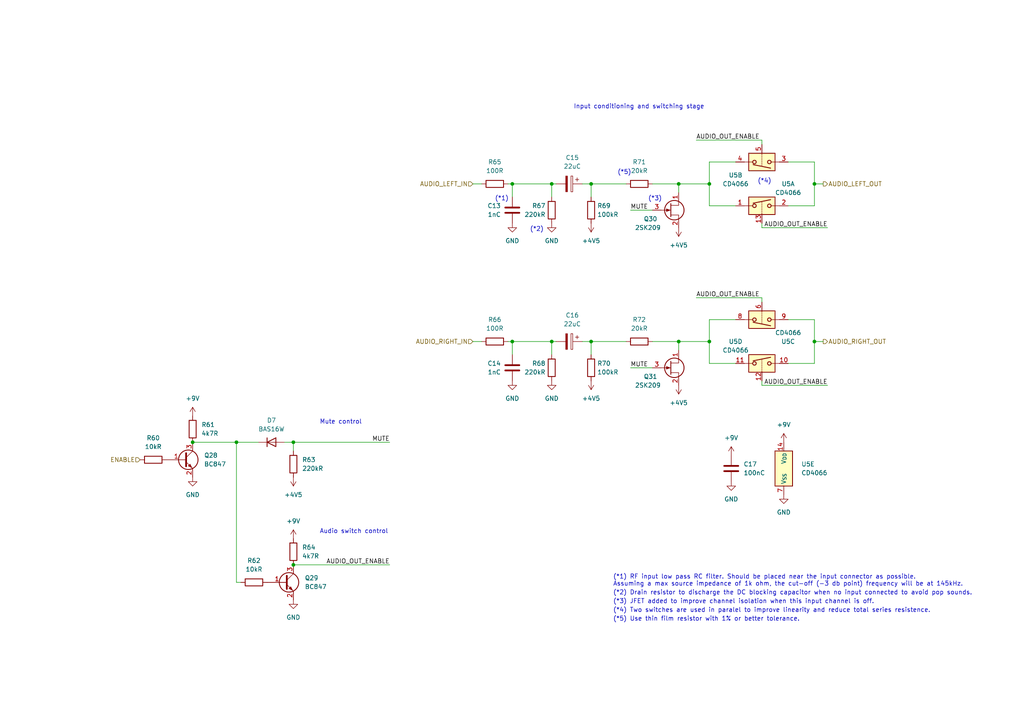
<source format=kicad_sch>
(kicad_sch (version 20230121) (generator eeschema)
  (paper "A4")
  (lib_symbols
    (symbol "Analog_Switch:CD4066BPW"
      (property "Reference" "U" (at -5.08 3.81 0))
      (property "Value" "CD4066BPW" (at 7.62 3.81 0))
      (symbol "CD4066BPW_1_1"
        (rectangle (start -3.81 2.54) (end 3.81 -2.54) (stroke (width 0.254)) (fill (type background)))
        (circle (center -2.159 0) (radius 0.508) (stroke (width 0.254)))
        (polyline (pts (xy -5.08 0) (xy -2.794 0)))
        (polyline (pts (xy -2.54 0.762) (xy 2.54 1.778)) (stroke (width 0.254)))
        (polyline (pts (xy 0 -2.54) (xy 0 -2.032)))
        (polyline (pts (xy 0 -1.778) (xy 0 -1.524)))
        (polyline (pts (xy 0 -1.27) (xy 0 -1.016)))
        (polyline (pts (xy 0 -0.762) (xy 0 -0.508)))
        (polyline (pts (xy 0 -0.254) (xy 0 0)))
        (polyline (pts (xy 0 0.254) (xy 0 0.508)))
        (polyline (pts (xy 0 0.762) (xy 0 1.016)))
        (polyline (pts (xy 5.08 0) (xy 2.794 0)))
        (circle (center 2.159 0) (radius 0.508) (stroke (width 0.254)))
        (pin bidirectional line (at -7.62 0 0) (length 2.54) (name "~") (number "1"))
        (pin input line (at 0 -5.08 90) (length 2.54) (name "~") (number "13"))
        (pin bidirectional line (at 7.62 0 180) (length 2.54) (name "~") (number "2"))
      )
      (symbol "CD4066BPW_2_1"
        (rectangle (start -3.81 2.54) (end 3.81 -2.54) (stroke (width 0.254)) (fill (type background)))
        (circle (center -2.159 0) (radius 0.508) (stroke (width 0.254)))
        (polyline (pts (xy -5.08 0) (xy -2.794 0)))
        (polyline (pts (xy -2.54 0.762) (xy 2.54 1.778)) (stroke (width 0.254)))
        (polyline (pts (xy 0 -2.54) (xy 0 -2.032)))
        (polyline (pts (xy 0 -1.778) (xy 0 -1.524)))
        (polyline (pts (xy 0 -1.27) (xy 0 -1.016)))
        (polyline (pts (xy 0 -0.762) (xy 0 -0.508)))
        (polyline (pts (xy 0 -0.254) (xy 0 0)))
        (polyline (pts (xy 0 0.254) (xy 0 0.508)))
        (polyline (pts (xy 0 0.762) (xy 0 1.016)))
        (polyline (pts (xy 5.08 0) (xy 2.794 0)))
        (circle (center 2.159 0) (radius 0.508) (stroke (width 0.254)))
        (pin bidirectional line (at 7.62 0 180) (length 2.54) (name "~") (number "3"))
        (pin bidirectional line (at -7.62 0 0) (length 2.54) (name "~") (number "4"))
        (pin input line (at 0 -5.08 90) (length 2.54) (name "~") (number "5"))
      )
      (symbol "CD4066BPW_3_1"
        (rectangle (start -3.81 2.54) (end 3.81 -2.54) (stroke (width 0.254)) (fill (type background)))
        (circle (center -2.159 0) (radius 0.508) (stroke (width 0.254)))
        (polyline (pts (xy -5.08 0) (xy -2.794 0)))
        (polyline (pts (xy -2.54 0.762) (xy 2.54 1.778)) (stroke (width 0.254)))
        (polyline (pts (xy 0 -2.54) (xy 0 -2.032)))
        (polyline (pts (xy 0 -1.778) (xy 0 -1.524)))
        (polyline (pts (xy 0 -1.27) (xy 0 -1.016)))
        (polyline (pts (xy 0 -0.762) (xy 0 -0.508)))
        (polyline (pts (xy 0 -0.254) (xy 0 0)))
        (polyline (pts (xy 0 0.254) (xy 0 0.508)))
        (polyline (pts (xy 0 0.762) (xy 0 1.016)))
        (polyline (pts (xy 5.08 0) (xy 2.794 0)))
        (circle (center 2.159 0) (radius 0.508) (stroke (width 0.254)))
        (pin input line (at 0 -5.08 90) (length 2.54) (name "~") (number "6"))
        (pin bidirectional line (at -7.62 0 0) (length 2.54) (name "~") (number "8"))
        (pin bidirectional line (at 7.62 0 180) (length 2.54) (name "~") (number "9"))
      )
      (symbol "CD4066BPW_4_1"
        (rectangle (start -3.81 2.54) (end 3.81 -2.54) (stroke (width 0.254)) (fill (type background)))
        (circle (center -2.159 0) (radius 0.508) (stroke (width 0.254)))
        (polyline (pts (xy -5.08 0) (xy -2.794 0)))
        (polyline (pts (xy -2.54 0.762) (xy 2.54 1.778)) (stroke (width 0.254)))
        (polyline (pts (xy 0 -2.54) (xy 0 -2.032)))
        (polyline (pts (xy 0 -1.778) (xy 0 -1.524)))
        (polyline (pts (xy 0 -1.27) (xy 0 -1.016)))
        (polyline (pts (xy 0 -0.762) (xy 0 -0.508)))
        (polyline (pts (xy 0 -0.254) (xy 0 0)))
        (polyline (pts (xy 0 0.254) (xy 0 0.508)))
        (polyline (pts (xy 0 0.762) (xy 0 1.016)))
        (polyline (pts (xy 5.08 0) (xy 2.794 0)))
        (circle (center 2.159 0) (radius 0.508) (stroke (width 0.254)))
        (pin bidirectional line (at 7.62 0 180) (length 2.54) (name "~") (number "10"))
        (pin bidirectional line (at -7.62 0 0) (length 2.54) (name "~") (number "11"))
        (pin input line (at 0 -5.08 90) (length 2.54) (name "~") (number "12"))
      )
      (symbol "CD4066BPW_5_1"
        (rectangle (start -2.54 5.08) (end 2.54 -5.08) (stroke (width 0.254)) (fill (type background)))
        (pin power_in line (at 0 7.62 270) (length 2.54) (name "V_{DD}") (number "14"))
        (pin power_in line (at 0 -7.62 90) (length 2.54) (name "V_{SS}") (number "7"))
      )
    )
    (symbol "Device:C" (pin_numbers hide) (pin_names (offset 0.254))
      (property "Reference" "C" (at 0.635 2.54 0))
      (property "Value" "C" (at 0.635 -2.54 0))
      (symbol "C_0_1"
        (polyline (pts (xy -2.032 -0.762) (xy 2.032 -0.762)) (stroke (width 0.508)))
        (polyline (pts (xy -2.032 0.762) (xy 2.032 0.762)) (stroke (width 0.508)))
      )
      (symbol "C_1_1"
        (pin passive line (at 0 3.81 270) (length 2.794) (name "~") (number "1"))
        (pin passive line (at 0 -3.81 90) (length 2.794) (name "~") (number "2"))
      )
    )
    (symbol "Device:C_Polarized" (pin_numbers hide) (pin_names (offset 0.254))
      (property "Reference" "C" (at 0.635 2.54 0))
      (property "Value" "C_Polarized" (at 0.635 -2.54 0))
      (symbol "C_Polarized_0_1"
        (rectangle (start -2.286 0.508) (end 2.286 1.016))
        (polyline (pts (xy -1.778 2.286) (xy -0.762 2.286)))
        (polyline (pts (xy -1.27 2.794) (xy -1.27 1.778)))
        (rectangle (start 2.286 -0.508) (end -2.286 -1.016) (fill (type outline)))
      )
      (symbol "C_Polarized_1_1"
        (pin passive line (at 0 3.81 270) (length 2.794) (name "~") (number "1"))
        (pin passive line (at 0 -3.81 90) (length 2.794) (name "~") (number "2"))
      )
    )
    (symbol "Device:R" (pin_numbers hide) (pin_names (offset 0))
      (property "Reference" "R" (at 2.032 0 90))
      (property "Value" "R" (at 0 0 90))
      (symbol "R_0_1"
        (rectangle (start -1.016 -2.54) (end 1.016 2.54) (stroke (width 0.254)))
      )
      (symbol "R_1_1"
        (pin passive line (at 0 3.81 270) (length 1.27) (name "~") (number "1"))
        (pin passive line (at 0 -3.81 90) (length 1.27) (name "~") (number "2"))
      )
    )
    (symbol "Diode:BAS16W" (pin_numbers hide) (pin_names hide)
      (property "Reference" "D" (at 0 2.54 0))
      (property "Value" "BAS16W" (at 0 -2.54 0))
      (symbol "BAS16W_0_1"
        (polyline (pts (xy -1.27 1.27) (xy -1.27 -1.27)) (stroke (width 0.254)))
        (polyline (pts (xy 1.27 0) (xy -1.27 0)))
        (polyline (pts (xy 1.27 1.27) (xy 1.27 -1.27) (xy -1.27 0) (xy 1.27 1.27)) (stroke (width 0.254)))
      )
      (symbol "BAS16W_1_1"
        (pin passive line (at 3.81 0 180) (length 2.54) (name "A") (number "1"))
        (pin no_connect line (at -1.27 0 0) (length 2.54) hide (name "NC") (number "2"))
        (pin passive line (at -3.81 0 0) (length 2.54) (name "K") (number "3"))
      )
    )
    (symbol "Transistor_BJT:BC847" (pin_names (offset 0) hide)
      (property "Reference" "Q" (at 5.08 1.905 0))
      (property "Value" "BC847" (at 5.08 0 0))
      (symbol "BC847_0_1"
        (polyline (pts (xy 0.635 0.635) (xy 2.54 2.54)))
        (polyline (pts (xy 0.635 -0.635) (xy 2.54 -2.54) (xy 2.54 -2.54)))
        (polyline (pts (xy 0.635 1.905) (xy 0.635 -1.905) (xy 0.635 -1.905)) (stroke (width 0.508)))
        (polyline (pts (xy 1.27 -1.778) (xy 1.778 -1.27) (xy 2.286 -2.286) (xy 1.27 -1.778) (xy 1.27 -1.778)) (fill (type outline)))
        (circle (center 1.27 0) (radius 2.8194) (stroke (width 0.254)))
      )
      (symbol "BC847_1_1"
        (pin input line (at -5.08 0 0) (length 5.715) (name "B") (number "1"))
        (pin passive line (at 2.54 -5.08 90) (length 2.54) (name "E") (number "2"))
        (pin passive line (at 2.54 5.08 270) (length 2.54) (name "C") (number "3"))
      )
    )
    (symbol "Transistor_FET:MMBFJ111" (pin_names hide)
      (property "Reference" "Q" (at 5.08 1.905 0))
      (property "Value" "MMBFJ111" (at 5.08 0 0))
      (symbol "MMBFJ111_0_1"
        (polyline (pts (xy 0.254 0) (xy -2.54 0)))
        (polyline (pts (xy 0.254 1.905) (xy 0.254 -1.905)) (stroke (width 0.254)))
        (polyline (pts (xy 2.54 -2.54) (xy 2.54 -1.397) (xy 0.254 -1.397)))
        (polyline (pts (xy 2.54 2.54) (xy 2.54 1.397) (xy 0.254 1.397)))
        (polyline (pts (xy 0 0) (xy -1.016 0.381) (xy -1.016 -0.381) (xy 0 0)) (fill (type outline)))
        (circle (center 1.27 0) (radius 2.8194) (stroke (width 0.254)))
      )
      (symbol "MMBFJ111_1_1"
        (pin passive line (at 2.54 5.08 270) (length 2.54) (name "D") (number "1"))
        (pin passive line (at 2.54 -5.08 90) (length 2.54) (name "S") (number "2"))
        (pin input line (at -5.08 0 0) (length 2.54) (name "G") (number "3"))
      )
    )
    (symbol "power:+9V" (power) (pin_names (offset 0))
      (property "Value" "+9V" (at 0 3.556 0))
      (symbol "+9V_0_1"
        (polyline (pts (xy -0.762 1.27) (xy 0 2.54)))
        (polyline (pts (xy 0 0) (xy 0 2.54)))
        (polyline (pts (xy 0 2.54) (xy 0.762 1.27)))
      )
      (symbol "+9V_1_1"
        (pin power_in line (at 0 0 90) (length 0) hide (name "+9V") (number "1"))
      )
    )
    (symbol "power:GND" (power) (pin_names (offset 0))
      (property "Value" "GND" (at 0 -3.81 0))
      (symbol "GND_0_1"
        (polyline (pts (xy 0 0) (xy 0 -1.27) (xy 1.27 -1.27) (xy 0 -2.54) (xy -1.27 -1.27) (xy 0 -1.27)))
      )
      (symbol "GND_1_1"
        (pin power_in line (at 0 0 270) (length 0) hide (name "GND") (number "1"))
      )
    )
    (symbol "power_custom:+4V5" (power) (pin_names (offset 0))
      (property "Value" "+4V5" (at 0 3.556 0))
      (symbol "+4V5_0_1"
        (polyline (pts (xy -0.762 1.27) (xy 0 2.54)))
        (polyline (pts (xy 0 0) (xy 0 2.54)))
        (polyline (pts (xy 0 2.54) (xy 0.762 1.27)))
      )
      (symbol "+4V5_1_1"
        (pin power_in line (at 0 0 90) (length 0) hide (name "+4V5") (number "1"))
      )
    )
  )
  (junction (at 160.02 99.06))
  (junction (at 205.74 99.06))
  (junction (at 85.09 128.27))
  (junction (at 85.09 163.83))
  (junction (at 236.22 99.06))
  (junction (at 148.59 99.06))
  (junction (at 160.02 53.34))
  (junction (at 196.85 53.34))
  (junction (at 148.59 53.34))
  (junction (at 205.74 53.34))
  (junction (at 196.85 99.06))
  (junction (at 68.58 128.27))
  (junction (at 55.88 128.27))
  (junction (at 171.45 99.06))
  (junction (at 171.45 53.34))
  (junction (at 236.22 53.34))
  (wire (pts (xy 171.45 99.06) (xy 181.61 99.06)))
  (wire (pts (xy 189.23 53.34) (xy 196.85 53.34)))
  (wire (pts (xy 148.59 53.34) (xy 148.59 57.15)))
  (wire (pts (xy 220.98 40.64) (xy 201.93 40.64)))
  (wire (pts (xy 228.6 46.99) (xy 236.22 46.99)))
  (wire (pts (xy 205.74 105.41) (xy 205.74 99.06)))
  (wire (pts (xy 160.02 99.06) (xy 161.29 99.06)))
  (wire (pts (xy 55.88 128.27) (xy 68.58 128.27)))
  (wire (pts (xy 236.22 59.69) (xy 228.6 59.69)))
  (wire (pts (xy 236.22 53.34) (xy 236.22 59.69)))
  (wire (pts (xy 148.59 53.34) (xy 160.02 53.34)))
  (wire (pts (xy 205.74 92.71) (xy 205.74 99.06)))
  (wire (pts (xy 236.22 105.41) (xy 228.6 105.41)))
  (wire (pts (xy 220.98 87.63) (xy 220.98 86.36)))
  (wire (pts (xy 168.91 53.34) (xy 171.45 53.34)))
  (wire (pts (xy 85.09 128.27) (xy 113.03 128.27)))
  (wire (pts (xy 240.03 66.04) (xy 220.98 66.04)))
  (wire (pts (xy 148.59 99.06) (xy 160.02 99.06)))
  (wire (pts (xy 196.85 99.06) (xy 196.85 101.6)))
  (wire (pts (xy 137.16 53.34) (xy 139.7 53.34)))
  (wire (pts (xy 205.74 59.69) (xy 205.74 53.34)))
  (wire (pts (xy 137.16 99.06) (xy 139.7 99.06)))
  (wire (pts (xy 68.58 128.27) (xy 68.58 168.91)))
  (wire (pts (xy 220.98 66.04) (xy 220.98 64.77)))
  (wire (pts (xy 160.02 102.87) (xy 160.02 99.06)))
  (wire (pts (xy 236.22 92.71) (xy 236.22 99.06)))
  (wire (pts (xy 147.32 53.34) (xy 148.59 53.34)))
  (wire (pts (xy 238.76 53.34) (xy 236.22 53.34)))
  (wire (pts (xy 236.22 99.06) (xy 236.22 105.41)))
  (wire (pts (xy 228.6 92.71) (xy 236.22 92.71)))
  (wire (pts (xy 196.85 53.34) (xy 196.85 55.88)))
  (wire (pts (xy 171.45 99.06) (xy 171.45 102.87)))
  (wire (pts (xy 85.09 128.27) (xy 85.09 130.81)))
  (wire (pts (xy 82.55 128.27) (xy 85.09 128.27)))
  (wire (pts (xy 171.45 53.34) (xy 171.45 57.15)))
  (wire (pts (xy 201.93 86.36) (xy 220.98 86.36)))
  (wire (pts (xy 148.59 99.06) (xy 148.59 102.87)))
  (wire (pts (xy 196.85 53.34) (xy 205.74 53.34)))
  (wire (pts (xy 171.45 53.34) (xy 181.61 53.34)))
  (wire (pts (xy 160.02 57.15) (xy 160.02 53.34)))
  (wire (pts (xy 220.98 110.49) (xy 220.98 111.76)))
  (wire (pts (xy 182.88 106.68) (xy 189.23 106.68)))
  (wire (pts (xy 238.76 99.06) (xy 236.22 99.06)))
  (wire (pts (xy 68.58 128.27) (xy 74.93 128.27)))
  (wire (pts (xy 189.23 99.06) (xy 196.85 99.06)))
  (wire (pts (xy 182.88 60.96) (xy 189.23 60.96)))
  (wire (pts (xy 205.74 46.99) (xy 205.74 53.34)))
  (wire (pts (xy 69.85 168.91) (xy 68.58 168.91)))
  (wire (pts (xy 147.32 99.06) (xy 148.59 99.06)))
  (wire (pts (xy 213.36 59.69) (xy 205.74 59.69)))
  (wire (pts (xy 220.98 40.64) (xy 220.98 41.91)))
  (wire (pts (xy 236.22 46.99) (xy 236.22 53.34)))
  (wire (pts (xy 213.36 46.99) (xy 205.74 46.99)))
  (wire (pts (xy 213.36 92.71) (xy 205.74 92.71)))
  (wire (pts (xy 168.91 99.06) (xy 171.45 99.06)))
  (wire (pts (xy 213.36 105.41) (xy 205.74 105.41)))
  (wire (pts (xy 160.02 53.34) (xy 161.29 53.34)))
  (wire (pts (xy 196.85 99.06) (xy 205.74 99.06)))
  (wire (pts (xy 85.09 163.83) (xy 113.03 163.83)))
  (wire (pts (xy 220.98 111.76) (xy 240.03 111.76)))
  (text "(*5) Use thin film resistor with 1% or better tolerance." (at 177.8 180.34 0) (effects (font (size 1.27 1.27)) (justify left bottom)))
  (text "Input conditioning and switching stage" (at 166.37 31.75 0) (effects (font (size 1.27 1.27)) (justify left bottom)))
  (text "(*1) RF input low pass RC filter. Should be placed near the input connector as possible.\nAssuming a max source impedance of 1k ohm, the cut-off (-3 db point) frequency will be at 145kHz." (at 177.8 170.18 0) (effects (font (size 1.27 1.27)) (justify left bottom)))
  (text "(*5)" (at 179.07 50.8 0) (effects (font (size 1.27 1.27)) (justify left bottom)))
  (text "Audio switch control" (at 92.71 154.94 0) (effects (font (size 1.27 1.27)) (justify left bottom)))
  (text "(*3)" (at 187.96 58.42 0) (effects (font (size 1.27 1.27)) (justify left bottom)))
  (text "(*1)" (at 143.51 58.42 0) (effects (font (size 1.27 1.27)) (justify left bottom)))
  (text "Mute control" (at 92.71 123.19 0) (effects (font (size 1.27 1.27)) (justify left bottom)))
  (text "(*2) Drain resistor to discharge the DC blocking capacitor when no input connected to avoid pop sounds." (at 177.8 172.72 0) (effects (font (size 1.27 1.27)) (justify left bottom)))
  (text "(*3) JFET added to improve channel isolation when this input channel is off." (at 177.8 175.26 0) (effects (font (size 1.27 1.27)) (justify left bottom)))
  (text "(*4)" (at 219.71 53.34 0) (effects (font (size 1.27 1.27)) (justify left bottom)))
  (text "(*4) Two switches are used in paralel to improve linearity and reduce total series resistence." (at 177.8 177.8 0) (effects (font (size 1.27 1.27)) (justify left bottom)))
  (text "(*2)" (at 153.67 67.31 0) (effects (font (size 1.27 1.27)) (justify left bottom)))
  (label "MUTE" (at 113.03 128.27 180))
  (label "MUTE" (at 182.88 60.96 0))
  (label "MUTE" (at 182.88 106.68 0))
  (label "AUDIO_OUT_ENABLE" (at 201.93 40.64 0))
  (label "AUDIO_OUT_ENABLE" (at 240.03 66.04 180))
  (label "AUDIO_OUT_ENABLE" (at 113.03 163.83 180))
  (label "AUDIO_OUT_ENABLE" (at 240.03 111.76 180))
  (label "AUDIO_OUT_ENABLE" (at 201.93 86.36 0))
  (hierarchical_label "AUDIO_RIGHT_OUT" (shape output) (at 238.76 99.06 0))
  (hierarchical_label "AUDIO_LEFT_IN" (shape input) (at 137.16 53.34 180))
  (hierarchical_label "ENABLE" (shape input) (at 40.64 133.35 180))
  (hierarchical_label "AUDIO_LEFT_OUT" (shape output) (at 238.76 53.34 0))
  (hierarchical_label "AUDIO_RIGHT_IN" (shape input) (at 137.16 99.06 180))
  (symbol (lib_id "Diode:BAS16W") (at 78.74 128.27 0) (unit 1)
    (property "Reference" "D7" (at 78.74 121.92 0))
    (property "Value" "BAS16W" (at 78.74 124.46 0))
    (property "Footprint" "Package_TO_SOT_SMD:SOT-323_SC-70" (effects hide))
    (property "Datasheet" "https://datasheet.lcsc.com/lcsc/2304140030_Nexperia-BAS16W-115_C56624.pdf" (effects hide))
    (property "Status" "OK" (effects hide))
    (property "MPN" "BAS16W,115" (effects hide))
    (instances (project "SCART_switcher_input" (path "" (reference "D7") (unit 1)) (path "" (reference "D8") (unit 1)) (path "" (reference "D9") (unit 1))))
  )
  (symbol (lib_id "Transistor_BJT:BC847") (at 82.55 168.91 0) (unit 1)
    (property "Reference" "Q29" (at 88.392 167.64 0) (effects (justify left)))
    (property "Value" "BC847" (at 88.392 170.18 0) (effects (justify left)))
    (property "Footprint" "Package_TO_SOT_SMD:SOT-23" (effects hide))
    (property "Datasheet" "https://datasheet.lcsc.com/lcsc/1811141238_Nexperia-BC847C-215_C8664.pdf" (effects hide))
    (property "MPN" "BC847C,215" (effects hide))
    (property "Status" "OK" (effects hide))
    (instances (project "SCART_switcher_input" (path "" (reference "Q29") (unit 1)) (path "" (reference "Q35") (unit 1)) (path "" (reference "Q40") (unit 1))))
  )
  (symbol (lib_id "Device:R") (at 143.51 99.06 90) (unit 1)
    (property "Reference" "R66" (at 143.51 92.71 90))
    (property "Value" "100R" (at 143.51 95.25 90))
    (property "Footprint" "Resistor_SMD:R_0805_2012Metric" (effects hide))
    (instances (project "SCART_switcher_input" (path "" (reference "R66") (unit 1)) (path "" (reference "R109") (unit 1)) (path "" (reference "R137") (unit 1))))
  )
  (symbol (lib_id "Device:R") (at 185.42 53.34 90) (unit 1)
    (property "Reference" "R71" (at 185.42 46.99 90))
    (property "Value" "20kR" (at 185.42 49.53 90))
    (property "Footprint" "Resistor_SMD:R_0805_2012Metric" (effects hide))
    (instances (project "SCART_switcher_input" (path "" (reference "R71") (unit 1)) (path "" (reference "R114") (unit 1)) (path "" (reference "R142") (unit 1))))
  )
  (symbol (lib_id "Analog_Switch:CD4066BPW") (at 220.98 92.71 0) (mirror x) (unit 3)
    (property "Reference" "U5" (at 228.6 99.06 0))
    (property "Value" "CD4066" (at 228.6 96.52 0))
    (property "Footprint" "Package_SO:SOIC-14_3.9x8.7mm_P1.27mm" (effects hide))
    (property "Datasheet" "https://datasheet.lcsc.com/lcsc/1810171510_Texas-Instruments-CD4066BM96_C54755.pdf" (effects hide))
    (property "MPN" "CD4066BM96" (effects hide))
    (property "Status" "OK" (effects hide))
    (instances (project "SCART_switcher_input" (path "" (reference "U5") (unit 3)) (path "" (reference "U18") (unit 3)) (path "" (reference "U25") (unit 3))))
  )
  (symbol (lib_id "Device:R") (at 55.88 124.46 0) (unit 1)
    (property "Reference" "R61" (at 58.42 123.19 0) (effects (justify left)))
    (property "Value" "4k7R" (at 58.42 125.73 0) (effects (justify left)))
    (property "Footprint" "Resistor_SMD:R_0805_2012Metric" (effects hide))
    (instances (project "SCART_switcher_input" (path "" (reference "R61") (unit 1)) (path "" (reference "R104") (unit 1)) (path "" (reference "R132") (unit 1))))
  )
  (symbol (lib_id "Transistor_FET:MMBFJ111") (at 194.31 106.68 0) (unit 1)
    (property "Reference" "Q31" (at 186.69 109.22 0) (effects (justify left)))
    (property "Value" "2SK209" (at 184.15 111.76 0) (effects (justify left)))
    (property "Footprint" "Package_TO_SOT_SMD:SC-59" (effects hide))
    (property "Datasheet" "https://datasheet.lcsc.com/lcsc/1810271708_TOSHIBA-2SK209-GR-TE85L-F_C61792.pdf" (effects hide))
    (property "MPN" "2SK209-GR(TE85L,F)" (effects hide))
    (property "Status" "OK" (effects hide))
    (instances (project "SCART_switcher_input" (path "" (reference "Q31") (unit 1)) (path "" (reference "Q37") (unit 1)) (path "" (reference "Q42") (unit 1))))
  )
  (symbol (lib_id "power:GND") (at 148.59 110.49 0) (unit 1)
    (property "Reference" "#PWR0121" (effects hide))
    (property "Value" "GND" (at 148.59 115.57 0))
    (instances (project "SCART_switcher_input" (path "" (reference "#PWR0121") (unit 1)) (path "" (reference "#PWR0218") (unit 1)) (path "" (reference "#PWR0275") (unit 1))))
  )
  (symbol (lib_id "Device:R") (at 160.02 106.68 0) (mirror y) (unit 1)
    (property "Reference" "R68" (at 158.242 105.41 0) (effects (justify left)))
    (property "Value" "220kR" (at 158.242 107.95 0) (effects (justify left)))
    (property "Footprint" "Resistor_SMD:R_0805_2012Metric" (effects hide))
    (instances (project "SCART_switcher_input" (path "" (reference "R68") (unit 1)) (path "" (reference "R111") (unit 1)) (path "" (reference "R139") (unit 1))))
  )
  (symbol (lib_id "Device:C") (at 212.09 135.89 0) (unit 1)
    (property "Reference" "C17" (at 215.646 134.62 0) (effects (justify left)))
    (property "Value" "100nC" (at 215.646 137.16 0) (effects (justify left)))
    (property "Footprint" "Capacitor_SMD:C_0603_1608Metric" (effects hide))
    (instances (project "SCART_switcher_input" (path "" (reference "C17") (unit 1)) (path "" (reference "C42") (unit 1)) (path "" (reference "C57") (unit 1))))
  )
  (symbol (lib_id "Device:R") (at 160.02 60.96 0) (mirror y) (unit 1)
    (property "Reference" "R67" (at 158.242 59.69 0) (effects (justify left)))
    (property "Value" "220kR" (at 158.242 62.23 0) (effects (justify left)))
    (property "Footprint" "Resistor_SMD:R_0805_2012Metric" (effects hide))
    (instances (project "SCART_switcher_input" (path "" (reference "R67") (unit 1)) (path "" (reference "R110") (unit 1)) (path "" (reference "R138") (unit 1))))
  )
  (symbol (lib_id "power:GND") (at 227.33 143.51 0) (unit 1)
    (property "Reference" "#PWR0131" (effects hide))
    (property "Value" "GND" (at 227.33 148.59 0))
    (instances (project "SCART_switcher_input" (path "" (reference "#PWR0131") (unit 1)) (path "" (reference "#PWR0228") (unit 1)) (path "" (reference "#PWR0285") (unit 1))))
  )
  (symbol (lib_id "Device:R") (at 85.09 134.62 0) (unit 1)
    (property "Reference" "R63" (at 87.63 133.35 0) (effects (justify left)))
    (property "Value" "220kR" (at 87.63 135.89 0) (effects (justify left)))
    (property "Footprint" "Resistor_SMD:R_0805_2012Metric" (effects hide))
    (instances (project "SCART_switcher_input" (path "" (reference "R63") (unit 1)) (path "" (reference "R106") (unit 1)) (path "" (reference "R134") (unit 1))))
  )
  (symbol (lib_id "power:+9V") (at 227.33 128.27 0) (unit 1)
    (property "Reference" "#PWR0130" (effects hide))
    (property "Value" "+9V" (at 227.33 123.19 0))
    (instances (project "SCART_switcher_input" (path "" (reference "#PWR0130") (unit 1)) (path "" (reference "#PWR0227") (unit 1)) (path "" (reference "#PWR0284") (unit 1))))
  )
  (symbol (lib_id "power_custom:+4V5") (at 171.45 64.77 0) (mirror x) (unit 1)
    (property "Reference" "#PWR0124" (effects hide))
    (property "Value" "+4V5" (at 171.45 69.85 0))
    (instances (project "SCART_switcher_input" (path "" (reference "#PWR0124") (unit 1)) (path "" (reference "#PWR0221") (unit 1)) (path "" (reference "#PWR0278") (unit 1))))
  )
  (symbol (lib_id "Analog_Switch:CD4066BPW") (at 220.98 59.69 0) (unit 1)
    (property "Reference" "U5" (at 228.6 53.34 0))
    (property "Value" "CD4066" (at 228.6 55.88 0))
    (property "Footprint" "Package_SO:SOIC-14_3.9x8.7mm_P1.27mm" (effects hide))
    (property "Datasheet" "https://datasheet.lcsc.com/lcsc/1810171510_Texas-Instruments-CD4066BM96_C54755.pdf" (effects hide))
    (property "MPN" "CD4066BM96" (effects hide))
    (property "Status" "OK" (effects hide))
    (instances (project "SCART_switcher_input" (path "" (reference "U5") (unit 1)) (path "" (reference "U18") (unit 1)) (path "" (reference "U25") (unit 1))))
  )
  (symbol (lib_id "power:GND") (at 148.59 64.77 0) (unit 1)
    (property "Reference" "#PWR0120" (effects hide))
    (property "Value" "GND" (at 148.59 69.85 0))
    (instances (project "SCART_switcher_input" (path "" (reference "#PWR0120") (unit 1)) (path "" (reference "#PWR0217") (unit 1)) (path "" (reference "#PWR0274") (unit 1))))
  )
  (symbol (lib_id "Device:C_Polarized") (at 165.1 99.06 270) (unit 1)
    (property "Reference" "C16" (at 165.989 91.44 90))
    (property "Value" "22uC" (at 165.989 93.98 90))
    (property "Footprint" "Capacitor_SMD:CP_Elec_6.3x5.8" (effects hide))
    (property "Datasheet" "https://datasheet.lcsc.com/lcsc/2304140030_Nichicon-UUD1H220MCL1GS_C445257.pdf" (effects hide))
    (property "MPN" "UUD1H220MCL1GS" (effects hide))
    (property "Status" "OK" (effects hide))
    (instances (project "SCART_switcher_input" (path "" (reference "C16") (unit 1)) (path "" (reference "C41") (unit 1)) (path "" (reference "C56") (unit 1))))
  )
  (symbol (lib_id "power:+9V") (at 55.88 120.65 0) (unit 1)
    (property "Reference" "#PWR0115" (effects hide))
    (property "Value" "+9V" (at 55.88 115.57 0))
    (instances (project "SCART_switcher_input" (path "" (reference "#PWR0115") (unit 1)) (path "" (reference "#PWR0212") (unit 1)) (path "" (reference "#PWR0269") (unit 1))))
  )
  (symbol (lib_id "power:GND") (at 85.09 173.99 0) (unit 1)
    (property "Reference" "#PWR0119" (effects hide))
    (property "Value" "GND" (at 85.09 179.07 0))
    (instances (project "SCART_switcher_input" (path "" (reference "#PWR0119") (unit 1)) (path "" (reference "#PWR0216") (unit 1)) (path "" (reference "#PWR0273") (unit 1))))
  )
  (symbol (lib_id "power:+9V") (at 212.09 132.08 0) (unit 1)
    (property "Reference" "#PWR0128" (effects hide))
    (property "Value" "+9V" (at 212.09 127 0))
    (instances (project "SCART_switcher_input" (path "" (reference "#PWR0128") (unit 1)) (path "" (reference "#PWR0225") (unit 1)) (path "" (reference "#PWR0282") (unit 1))))
  )
  (symbol (lib_id "Device:R") (at 143.51 53.34 90) (unit 1)
    (property "Reference" "R65" (at 143.51 46.99 90))
    (property "Value" "100R" (at 143.51 49.53 90))
    (property "Footprint" "Resistor_SMD:R_0805_2012Metric" (effects hide))
    (instances (project "SCART_switcher_input" (path "" (reference "R65") (unit 1)) (path "" (reference "R108") (unit 1)) (path "" (reference "R136") (unit 1))))
  )
  (symbol (lib_id "Transistor_FET:MMBFJ111") (at 194.31 60.96 0) (unit 1)
    (property "Reference" "Q30" (at 186.69 63.5 0) (effects (justify left)))
    (property "Value" "2SK209" (at 184.15 66.04 0) (effects (justify left)))
    (property "Footprint" "Package_TO_SOT_SMD:SC-59" (effects hide))
    (property "Datasheet" "https://datasheet.lcsc.com/lcsc/1810271708_TOSHIBA-2SK209-GR-TE85L-F_C61792.pdf" (effects hide))
    (property "MPN" "2SK209-GR(TE85L,F)" (effects hide))
    (property "Status" "OK" (effects hide))
    (instances (project "SCART_switcher_input" (path "" (reference "Q30") (unit 1)) (path "" (reference "Q36") (unit 1)) (path "" (reference "Q41") (unit 1))))
  )
  (symbol (lib_id "power:GND") (at 212.09 139.7 0) (unit 1)
    (property "Reference" "#PWR0129" (effects hide))
    (property "Value" "GND" (at 212.09 144.78 0))
    (instances (project "SCART_switcher_input" (path "" (reference "#PWR0129") (unit 1)) (path "" (reference "#PWR0226") (unit 1)) (path "" (reference "#PWR0283") (unit 1))))
  )
  (symbol (lib_id "Device:C") (at 148.59 60.96 0) (mirror y) (unit 1)
    (property "Reference" "C13" (at 145.288 59.69 0) (effects (justify left)))
    (property "Value" "1nC" (at 145.288 62.23 0) (effects (justify left)))
    (property "Footprint" "Capacitor_SMD:C_0805_2012Metric" (effects hide))
    (instances (project "SCART_switcher_input" (path "" (reference "C13") (unit 1)) (path "" (reference "C38") (unit 1)) (path "" (reference "C53") (unit 1))))
  )
  (symbol (lib_id "Analog_Switch:CD4066BPW") (at 220.98 46.99 0) (mirror x) (unit 2)
    (property "Reference" "U5" (at 213.36 50.8 0))
    (property "Value" "CD4066" (at 213.36 53.34 0))
    (property "Footprint" "Package_SO:SOIC-14_3.9x8.7mm_P1.27mm" (effects hide))
    (property "Datasheet" "https://datasheet.lcsc.com/lcsc/1810171510_Texas-Instruments-CD4066BM96_C54755.pdf" (effects hide))
    (property "MPN" "CD4066BM96" (effects hide))
    (property "Status" "OK" (effects hide))
    (instances (project "SCART_switcher_input" (path "" (reference "U5") (unit 2)) (path "" (reference "U18") (unit 2)) (path "" (reference "U25") (unit 2))))
  )
  (symbol (lib_id "power:GND") (at 55.88 138.43 0) (unit 1)
    (property "Reference" "#PWR0116" (effects hide))
    (property "Value" "GND" (at 55.88 143.51 0))
    (instances (project "SCART_switcher_input" (path "" (reference "#PWR0116") (unit 1)) (path "" (reference "#PWR0213") (unit 1)) (path "" (reference "#PWR0270") (unit 1))))
  )
  (symbol (lib_id "power_custom:+4V5") (at 196.85 66.04 0) (mirror x) (unit 1)
    (property "Reference" "#PWR0126" (effects hide))
    (property "Value" "+4V5" (at 196.85 71.12 0))
    (instances (project "SCART_switcher_input" (path "" (reference "#PWR0126") (unit 1)) (path "" (reference "#PWR0223") (unit 1)) (path "" (reference "#PWR0280") (unit 1))))
  )
  (symbol (lib_id "power:GND") (at 160.02 110.49 0) (unit 1)
    (property "Reference" "#PWR0123" (effects hide))
    (property "Value" "GND" (at 160.02 115.57 0))
    (instances (project "SCART_switcher_input" (path "" (reference "#PWR0123") (unit 1)) (path "" (reference "#PWR0220") (unit 1)) (path "" (reference "#PWR0277") (unit 1))))
  )
  (symbol (lib_id "Device:R") (at 73.66 168.91 90) (unit 1)
    (property "Reference" "R62" (at 73.66 162.5943 90))
    (property "Value" "10kR" (at 73.66 165.1343 90))
    (property "Footprint" "Resistor_SMD:R_0805_2012Metric" (effects hide))
    (property "Datasheet" "https://datasheet.lcsc.com/lcsc/1810201611_YAGEO-RC0805FR-0710KL_C84376.pdf" (effects hide))
    (property "MPN" "RC0805FR-0710KL" (effects hide))
    (instances (project "SCART_switcher_input" (path "" (reference "R62") (unit 1)) (path "" (reference "R105") (unit 1)) (path "" (reference "R133") (unit 1))))
  )
  (symbol (lib_id "Transistor_BJT:BC847") (at 53.34 133.35 0) (unit 1)
    (property "Reference" "Q28" (at 59.182 132.08 0) (effects (justify left)))
    (property "Value" "BC847" (at 59.182 134.62 0) (effects (justify left)))
    (property "Footprint" "Package_TO_SOT_SMD:SOT-23" (effects hide))
    (property "Datasheet" "https://datasheet.lcsc.com/lcsc/1811141238_Nexperia-BC847C-215_C8664.pdf" (effects hide))
    (property "MPN" "BC847C,215" (effects hide))
    (property "Status" "OK" (effects hide))
    (instances (project "SCART_switcher_input" (path "" (reference "Q28") (unit 1)) (path "" (reference "Q34") (unit 1)) (path "" (reference "Q39") (unit 1))))
  )
  (symbol (lib_id "Device:C") (at 148.59 106.68 0) (mirror y) (unit 1)
    (property "Reference" "C14" (at 145.288 105.41 0) (effects (justify left)))
    (property "Value" "1nC" (at 145.288 107.95 0) (effects (justify left)))
    (property "Footprint" "Capacitor_SMD:C_0805_2012Metric" (effects hide))
    (instances (project "SCART_switcher_input" (path "" (reference "C14") (unit 1)) (path "" (reference "C39") (unit 1)) (path "" (reference "C54") (unit 1))))
  )
  (symbol (lib_id "Device:R") (at 185.42 99.06 90) (unit 1)
    (property "Reference" "R72" (at 185.42 92.71 90))
    (property "Value" "20kR" (at 185.42 95.25 90))
    (property "Footprint" "Resistor_SMD:R_0805_2012Metric" (effects hide))
    (instances (project "SCART_switcher_input" (path "" (reference "R72") (unit 1)) (path "" (reference "R115") (unit 1)) (path "" (reference "R143") (unit 1))))
  )
  (symbol (lib_id "Analog_Switch:CD4066BPW") (at 227.33 135.89 0) (unit 5)
    (property "Reference" "U5" (at 232.41 134.62 0) (effects (justify left)))
    (property "Value" "CD4066" (at 232.41 137.16 0) (effects (justify left)))
    (property "Footprint" "Package_SO:SOIC-14_3.9x8.7mm_P1.27mm" (effects hide))
    (property "Datasheet" "https://datasheet.lcsc.com/lcsc/1810171510_Texas-Instruments-CD4066BM96_C54755.pdf" (effects hide))
    (property "MPN" "CD4066BM96" (effects hide))
    (property "Status" "OK" (effects hide))
    (instances (project "SCART_switcher_input" (path "" (reference "U5") (unit 5)) (path "" (reference "U18") (unit 5)) (path "" (reference "U25") (unit 5))))
  )
  (symbol (lib_id "Device:R") (at 85.09 160.02 0) (unit 1)
    (property "Reference" "R64" (at 87.63 158.75 0) (effects (justify left)))
    (property "Value" "4k7R" (at 87.63 161.29 0) (effects (justify left)))
    (property "Footprint" "Resistor_SMD:R_0805_2012Metric" (effects hide))
    (instances (project "SCART_switcher_input" (path "" (reference "R64") (unit 1)) (path "" (reference "R107") (unit 1)) (path "" (reference "R135") (unit 1))))
  )
  (symbol (lib_id "Analog_Switch:CD4066BPW") (at 220.98 105.41 0) (unit 4)
    (property "Reference" "U5" (at 213.36 99.06 0))
    (property "Value" "CD4066" (at 213.36 101.6 0))
    (property "Footprint" "Package_SO:SOIC-14_3.9x8.7mm_P1.27mm" (effects hide))
    (property "Datasheet" "https://datasheet.lcsc.com/lcsc/1810171510_Texas-Instruments-CD4066BM96_C54755.pdf" (effects hide))
    (property "MPN" "CD4066BM96" (effects hide))
    (property "Status" "OK" (effects hide))
    (instances (project "SCART_switcher_input" (path "" (reference "U5") (unit 4)) (path "" (reference "U18") (unit 4)) (path "" (reference "U25") (unit 4))))
  )
  (symbol (lib_id "Device:R") (at 44.45 133.35 90) (unit 1)
    (property "Reference" "R60" (at 44.45 127.0343 90))
    (property "Value" "10kR" (at 44.45 129.5743 90))
    (property "Footprint" "Resistor_SMD:R_0805_2012Metric" (effects hide))
    (property "Datasheet" "https://datasheet.lcsc.com/lcsc/1810201611_YAGEO-RC0805FR-0710KL_C84376.pdf" (effects hide))
    (property "MPN" "RC0805FR-0710KL" (effects hide))
    (instances (project "SCART_switcher_input" (path "" (reference "R60") (unit 1)) (path "" (reference "R103") (unit 1)) (path "" (reference "R131") (unit 1))))
  )
  (symbol (lib_id "power_custom:+4V5") (at 85.09 138.43 0) (mirror x) (unit 1)
    (property "Reference" "#PWR0117" (effects hide))
    (property "Value" "+4V5" (at 85.09 143.51 0))
    (instances (project "SCART_switcher_input" (path "" (reference "#PWR0117") (unit 1)) (path "" (reference "#PWR0214") (unit 1)) (path "" (reference "#PWR0271") (unit 1))))
  )
  (symbol (lib_id "power:GND") (at 160.02 64.77 0) (unit 1)
    (property "Reference" "#PWR0122" (effects hide))
    (property "Value" "GND" (at 160.02 69.85 0))
    (instances (project "SCART_switcher_input" (path "" (reference "#PWR0122") (unit 1)) (path "" (reference "#PWR0219") (unit 1)) (path "" (reference "#PWR0276") (unit 1))))
  )
  (symbol (lib_id "Device:R") (at 171.45 60.96 0) (unit 1)
    (property "Reference" "R69" (at 173.228 59.69 0) (effects (justify left)))
    (property "Value" "100kR" (at 173.228 62.23 0) (effects (justify left)))
    (property "Footprint" "Resistor_SMD:R_0805_2012Metric" (effects hide))
    (instances (project "SCART_switcher_input" (path "" (reference "R69") (unit 1)) (path "" (reference "R112") (unit 1)) (path "" (reference "R140") (unit 1))))
  )
  (symbol (lib_id "power:+9V") (at 85.09 156.21 0) (unit 1)
    (property "Reference" "#PWR0118" (effects hide))
    (property "Value" "+9V" (at 85.09 151.13 0))
    (instances (project "SCART_switcher_input" (path "" (reference "#PWR0118") (unit 1)) (path "" (reference "#PWR0215") (unit 1)) (path "" (reference "#PWR0272") (unit 1))))
  )
  (symbol (lib_id "power_custom:+4V5") (at 171.45 110.49 0) (mirror x) (unit 1)
    (property "Reference" "#PWR0125" (effects hide))
    (property "Value" "+4V5" (at 171.45 115.57 0))
    (instances (project "SCART_switcher_input" (path "" (reference "#PWR0125") (unit 1)) (path "" (reference "#PWR0222") (unit 1)) (path "" (reference "#PWR0279") (unit 1))))
  )
  (symbol (lib_id "Device:C_Polarized") (at 165.1 53.34 270) (unit 1)
    (property "Reference" "C15" (at 165.989 45.72 90))
    (property "Value" "22uC" (at 165.989 48.26 90))
    (property "Footprint" "Capacitor_SMD:CP_Elec_6.3x5.8" (effects hide))
    (property "Datasheet" "https://datasheet.lcsc.com/lcsc/2304140030_Nichicon-UUD1H220MCL1GS_C445257.pdf" (effects hide))
    (property "MPN" "UUD1H220MCL1GS" (effects hide))
    (property "Status" "OK" (effects hide))
    (instances (project "SCART_switcher_input" (path "" (reference "C15") (unit 1)) (path "" (reference "C40") (unit 1)) (path "" (reference "C55") (unit 1))))
  )
  (symbol (lib_id "power_custom:+4V5") (at 196.85 111.76 0) (mirror x) (unit 1)
    (property "Reference" "#PWR0127" (effects hide))
    (property "Value" "+4V5" (at 196.85 116.84 0))
    (instances (project "SCART_switcher_input" (path "" (reference "#PWR0127") (unit 1)) (path "" (reference "#PWR0224") (unit 1)) (path "" (reference "#PWR0281") (unit 1))))
  )
  (symbol (lib_id "Device:R") (at 171.45 106.68 0) (unit 1)
    (property "Reference" "R70" (at 173.228 105.41 0) (effects (justify left)))
    (property "Value" "100kR" (at 173.228 107.95 0) (effects (justify left)))
    (property "Footprint" "Resistor_SMD:R_0805_2012Metric" (effects hide))
    (instances (project "SCART_switcher_input" (path "" (reference "R70") (unit 1)) (path "" (reference "R113") (unit 1)) (path "" (reference "R141") (unit 1))))
  )
)
</source>
